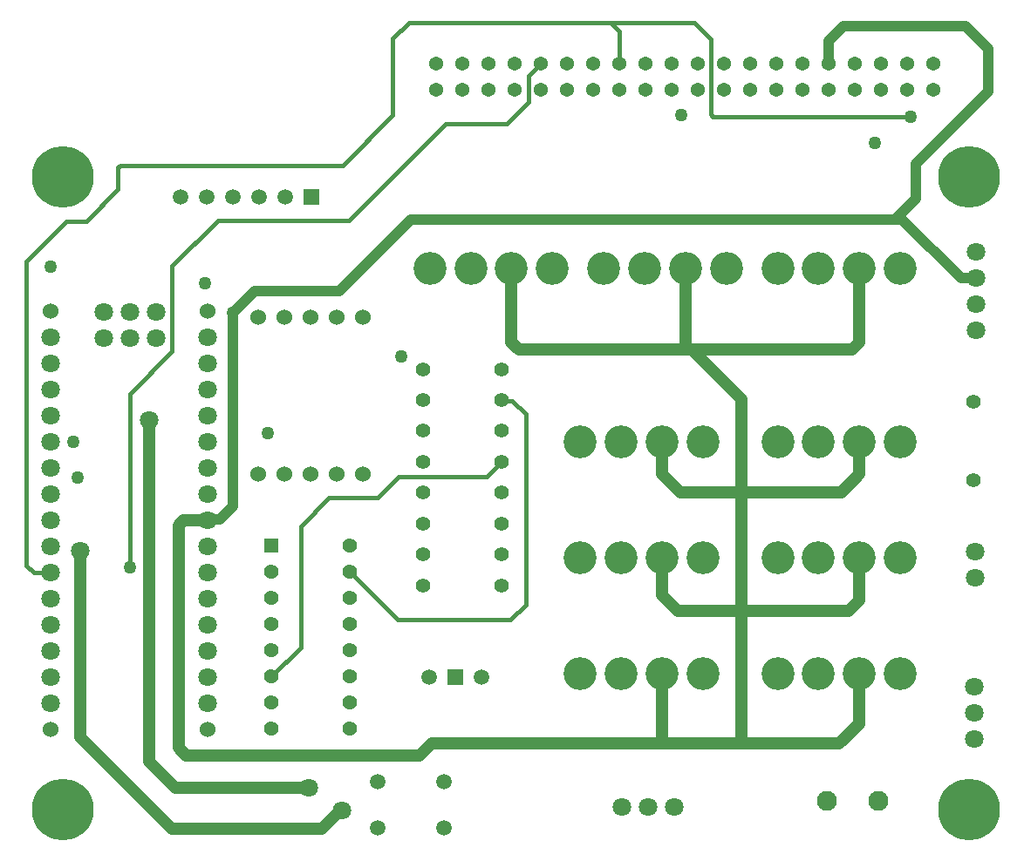
<source format=gbr>
%TF.GenerationSoftware,Altium Limited,Altium Designer,21.8.1 (53)*%
G04 Layer_Physical_Order=3*
G04 Layer_Color=16440176*
%FSLAX43Y43*%
%MOMM*%
%TF.SameCoordinates,B19F3460-6A24-425D-A3EB-0114A067EE95*%
%TF.FilePolarity,Positive*%
%TF.FileFunction,Copper,L3,Inr,Signal*%
%TF.Part,Single*%
G01*
G75*
%TA.AperFunction,Conductor*%
%ADD13C,0.400*%
%ADD14C,1.200*%
%ADD15C,1.000*%
%TA.AperFunction,ComponentPad*%
%ADD19C,1.400*%
%ADD20R,1.500X1.500*%
%ADD21C,1.500*%
%TA.AperFunction,ViaPad*%
%ADD22C,6.000*%
%TA.AperFunction,ComponentPad*%
%ADD23C,1.370*%
%ADD24C,1.800*%
%ADD25C,1.524*%
%ADD26C,1.425*%
%ADD27R,1.425X1.425*%
%ADD28C,3.200*%
%ADD29C,1.950*%
%TA.AperFunction,ViaPad*%
%ADD30C,1.270*%
%ADD31C,1.800*%
D13*
X45680Y36850D02*
X47130Y38300D01*
X37150Y36850D02*
X45680D01*
X30350Y34800D02*
X35100D01*
X37150Y36850D01*
X47130Y44300D02*
X47189Y44241D01*
X48109D01*
X49450Y42900D01*
Y24400D02*
Y42900D01*
X48000Y22950D02*
X49450Y24400D01*
X37050Y22950D02*
X48000D01*
X32390Y27610D02*
X37050Y22950D01*
X27600Y32050D02*
X30350Y34800D01*
X67400Y72084D02*
X67634Y71850D01*
X86850D01*
X67400Y72084D02*
Y79350D01*
X57700Y80950D02*
X65800D01*
X67400Y79350D01*
X4850Y61650D02*
X6800D01*
X1000Y57800D02*
X4850Y61650D01*
X1000Y28250D02*
Y57800D01*
X6800Y61650D02*
X9900Y64750D01*
Y66866D01*
X10134Y67100D01*
X31700D01*
X58520Y77000D02*
Y80130D01*
X38100Y80950D02*
X57700D01*
X58520Y80130D01*
X36550Y79400D02*
X38100Y80950D01*
X36550Y71950D02*
Y79400D01*
X31700Y67100D02*
X36550Y71950D01*
X1740Y27510D02*
X3380D01*
X1000Y28250D02*
X1740Y27510D01*
X32300Y61750D02*
X41700Y71150D01*
X19600Y61750D02*
X32300D01*
X15150Y57300D02*
X19600Y61750D01*
X49700Y75800D02*
X50900Y77000D01*
X49700Y73250D02*
Y75800D01*
X47600Y71150D02*
X49700Y73250D01*
X41700Y71150D02*
X47600D01*
X15150Y49000D02*
Y57300D01*
X11050Y28050D02*
Y44900D01*
X15150Y49000D01*
X27600Y20280D02*
Y32050D01*
X24770Y17450D02*
X27600Y20280D01*
D14*
X18620Y32590D02*
X18735Y32705D01*
X15450Y6650D02*
X28400D01*
X15150Y2600D02*
X29632D01*
X31482Y4450D01*
X31600D01*
X6200Y11550D02*
Y29650D01*
X12950Y9150D02*
X15450Y6650D01*
X12950Y9150D02*
Y42300D01*
X6200Y11550D02*
X15150Y2600D01*
X12900Y42350D02*
X12950Y42300D01*
X16456Y9794D02*
X39194D01*
X15753Y10497D02*
X16456Y9794D01*
X39194D02*
X40300Y10900D01*
X15753Y10497D02*
Y32093D01*
X16250Y32590D01*
X18620D01*
X70450Y10900D02*
X79900D01*
X62650D02*
X70450D01*
X70400Y10950D02*
X70450Y10900D01*
X70400Y10950D02*
Y23800D01*
X40300Y10900D02*
X62650D01*
X62680Y10930D01*
X79900Y10900D02*
X81840Y12840D01*
X70400Y35350D02*
X80100D01*
X64450D02*
X70400D01*
X70400Y23800D02*
X80800D01*
X64200D02*
X70400D01*
Y35350D02*
Y35350D01*
Y23800D02*
Y35350D01*
X81840Y12840D02*
Y17670D01*
X62680Y10930D02*
Y17670D01*
X81840Y24840D02*
Y28950D01*
X80800Y23800D02*
X81840Y24840D01*
X62680Y25320D02*
X64200Y23800D01*
X62680Y25320D02*
Y28950D01*
X70400Y35350D02*
Y44400D01*
X70400Y35350D02*
X70400Y35350D01*
X65600Y49200D02*
X70400Y44400D01*
X80100Y35350D02*
X81840Y37090D01*
Y40230D01*
X65600Y49200D02*
X81137D01*
X62680Y37120D02*
X64450Y35350D01*
X62680Y37120D02*
Y40230D01*
X64960Y49200D02*
X65600D01*
X81840Y49903D02*
Y57050D01*
X81137Y49200D02*
X81840Y49903D01*
X48080D02*
X48783Y49200D01*
X64960D02*
Y57050D01*
X48783Y49200D02*
X64960D01*
X48080Y49903D02*
Y57050D01*
D15*
X38300Y61850D02*
X85350D01*
X31350Y54900D02*
X38300Y61850D01*
X85675Y62175D02*
X87350Y63850D01*
X85350Y61850D02*
X85675Y62175D01*
X86000Y61850D02*
X91730Y56120D01*
X93150D01*
X85350Y61850D02*
X86000D01*
X87350Y63850D02*
Y67250D01*
X94350Y74250D02*
Y78450D01*
X87350Y67250D02*
X94350Y74250D01*
X92200Y80600D02*
X94350Y78450D01*
X78840Y79140D02*
X80300Y80600D01*
X92200D01*
X78840Y77000D02*
Y79140D01*
X23150Y54900D02*
X31350D01*
X21000Y52750D02*
X23150Y54900D01*
X21050Y33950D02*
Y52700D01*
X21000Y52750D02*
X21050Y52700D01*
X19805Y32705D02*
X21050Y33950D01*
X18735Y32705D02*
X19805D01*
D19*
X39510Y32300D02*
D03*
X47130D02*
D03*
X92900Y36500D02*
D03*
Y44120D02*
D03*
X39510Y38300D02*
D03*
X47130D02*
D03*
X39510Y41300D02*
D03*
X47130D02*
D03*
X39510Y44300D02*
D03*
X47130D02*
D03*
X39510Y47300D02*
D03*
X47130D02*
D03*
X47130Y35300D02*
D03*
X39510D02*
D03*
X47130Y29300D02*
D03*
X39510D02*
D03*
X47130Y26300D02*
D03*
X39510D02*
D03*
D20*
X28700Y64000D02*
D03*
X42670Y17370D02*
D03*
D21*
X26160Y64000D02*
D03*
X23620D02*
D03*
X21080D02*
D03*
X18540D02*
D03*
X16000D02*
D03*
X40130Y17370D02*
D03*
X45210D02*
D03*
X41554Y7250D02*
D03*
X35054D02*
D03*
X41554Y2750D02*
D03*
X35054D02*
D03*
D22*
X92500Y66000D02*
D03*
X4500D02*
D03*
X92500Y4500D02*
D03*
X4500D02*
D03*
D23*
X40740Y74460D02*
D03*
Y77000D02*
D03*
X43280Y74460D02*
D03*
Y77000D02*
D03*
X45820Y74460D02*
D03*
Y77000D02*
D03*
X48360Y74460D02*
D03*
Y77000D02*
D03*
X50900Y74460D02*
D03*
Y77000D02*
D03*
X53440Y74460D02*
D03*
Y77000D02*
D03*
X55980Y74460D02*
D03*
Y77000D02*
D03*
X58520Y74460D02*
D03*
Y77000D02*
D03*
X61060Y74460D02*
D03*
Y77000D02*
D03*
X63600Y74460D02*
D03*
Y77000D02*
D03*
X66140Y74460D02*
D03*
Y77000D02*
D03*
X68680Y74460D02*
D03*
Y77000D02*
D03*
X71220Y74460D02*
D03*
Y77000D02*
D03*
X73760Y74460D02*
D03*
Y77000D02*
D03*
X76300Y74460D02*
D03*
Y77000D02*
D03*
X78840Y74460D02*
D03*
Y77000D02*
D03*
X81380Y74460D02*
D03*
Y77000D02*
D03*
X83920Y74460D02*
D03*
Y77000D02*
D03*
X86460Y74460D02*
D03*
Y77000D02*
D03*
X89000Y74460D02*
D03*
Y77000D02*
D03*
D24*
X93000Y16420D02*
D03*
Y13880D02*
D03*
Y11340D02*
D03*
X93050Y27000D02*
D03*
Y29540D02*
D03*
X93150Y58660D02*
D03*
Y56120D02*
D03*
Y53580D02*
D03*
Y51040D02*
D03*
X58793Y4727D02*
D03*
X61333D02*
D03*
X63874D02*
D03*
X3380Y50370D02*
D03*
Y47830D02*
D03*
Y45290D02*
D03*
Y42750D02*
D03*
Y40210D02*
D03*
Y37670D02*
D03*
Y35130D02*
D03*
Y32590D02*
D03*
Y30050D02*
D03*
Y27510D02*
D03*
Y24970D02*
D03*
Y22430D02*
D03*
Y19890D02*
D03*
Y17350D02*
D03*
Y14810D02*
D03*
X18620D02*
D03*
Y17350D02*
D03*
Y19890D02*
D03*
Y22430D02*
D03*
Y24970D02*
D03*
Y27510D02*
D03*
Y30050D02*
D03*
Y32590D02*
D03*
Y35130D02*
D03*
Y37670D02*
D03*
Y40210D02*
D03*
Y42750D02*
D03*
Y45290D02*
D03*
Y47830D02*
D03*
Y50370D02*
D03*
X8470Y52810D02*
D03*
X11010D02*
D03*
X13550D02*
D03*
X8470Y50270D02*
D03*
X11010D02*
D03*
X13550D02*
D03*
D25*
X3380Y12270D02*
D03*
X18620D02*
D03*
X3380Y52910D02*
D03*
X18620D02*
D03*
X23500Y37060D02*
D03*
X26040D02*
D03*
X28580D02*
D03*
X31120D02*
D03*
X33660D02*
D03*
Y52300D02*
D03*
X31120D02*
D03*
X28580D02*
D03*
X26040D02*
D03*
X23500D02*
D03*
D26*
X32390Y30150D02*
D03*
Y27610D02*
D03*
Y25070D02*
D03*
Y22530D02*
D03*
Y19990D02*
D03*
Y17450D02*
D03*
Y14910D02*
D03*
Y12370D02*
D03*
X24770D02*
D03*
Y14910D02*
D03*
Y17450D02*
D03*
Y19990D02*
D03*
Y22530D02*
D03*
Y25070D02*
D03*
Y27610D02*
D03*
D27*
Y30150D02*
D03*
D28*
X57040Y57050D02*
D03*
X61000D02*
D03*
X64960D02*
D03*
X68920D02*
D03*
X73920D02*
D03*
X77880D02*
D03*
X81840D02*
D03*
X85800D02*
D03*
X40160D02*
D03*
X44120D02*
D03*
X48080D02*
D03*
X52040D02*
D03*
X54760Y40230D02*
D03*
X58720D02*
D03*
X62680D02*
D03*
X66640D02*
D03*
X73920D02*
D03*
X77880D02*
D03*
X81840D02*
D03*
X85800D02*
D03*
X73920Y28950D02*
D03*
X77880D02*
D03*
X81840D02*
D03*
X85800D02*
D03*
X54760D02*
D03*
X58720D02*
D03*
X62680D02*
D03*
X66640D02*
D03*
X73920Y17670D02*
D03*
X77880D02*
D03*
X81840D02*
D03*
X85800D02*
D03*
X54760D02*
D03*
X58720D02*
D03*
X62680D02*
D03*
X66640D02*
D03*
D29*
X83700Y5327D02*
D03*
X78700D02*
D03*
D30*
X37400Y48500D02*
D03*
X64550Y72000D02*
D03*
X24400Y41050D02*
D03*
X86850Y71850D02*
D03*
X83350Y69300D02*
D03*
X18300Y55600D02*
D03*
X3350Y57250D02*
D03*
X11050Y28050D02*
D03*
X5950Y36800D02*
D03*
X5570Y40220D02*
D03*
X21000Y52750D02*
D03*
D31*
X28400Y6650D02*
D03*
X6200Y29650D02*
D03*
X31600Y4450D02*
D03*
X12900Y42350D02*
D03*
%TF.MD5,7c4367be4b33c1374df899ff7d8b2fe8*%
M02*

</source>
